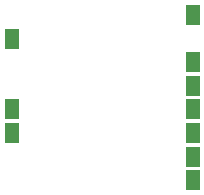
<source format=gbs>
%FSTAX25Y25*%
%MOIN*%
%SFA1B1*%

%IPPOS*%
%ADD50R,0.047370X0.067060*%
%LNnrf24_pa_lna_rfm69hw-1*%
%LPD*%
G54D50*
X0100787Y0155512D03*
Y013189D03*
Y0124016D03*
X0161024Y0108268D03*
Y0116142D03*
Y0124016D03*
Y013189D03*
Y0139764D03*
Y0147638D03*
Y0163386D03*
M02*
</source>
